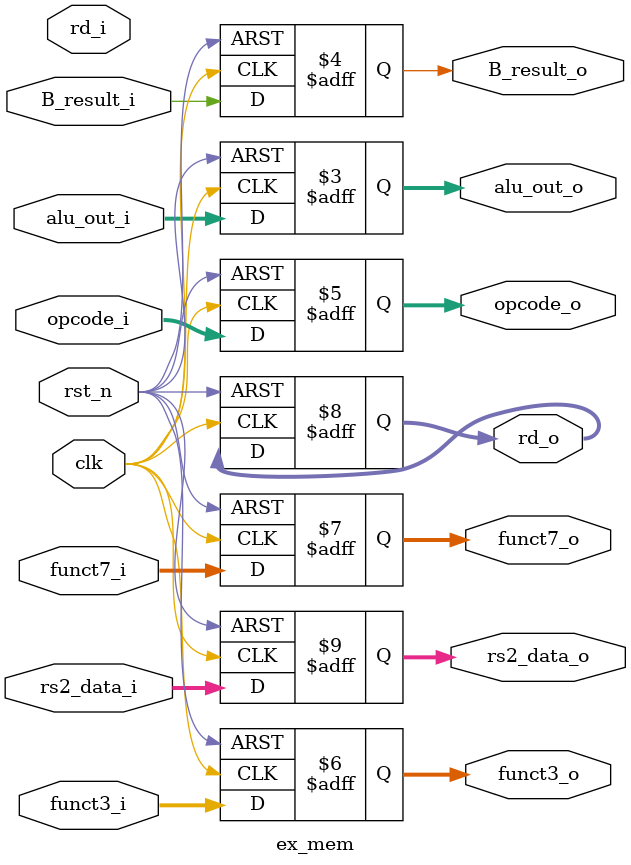
<source format=v>
`include "../define.v"

module ex_mem (
input clk,
input rst_n,
input [31:0] alu_out_i,
input B_result_i,
input [6:0] opcode_i,
input [2:0] funct3_i,
input [6:0] funct7_i,
input [4:0] rd_i,
input [31:0] rs2_data_i,
output reg [31:0] alu_out_o,
output reg B_result_o,
output reg [6:0] opcode_o,
output reg [2:0] funct3_o,
output reg [6:0] funct7_o,
output reg [4:0] rd_o,
output reg [31:0] rs2_data_o
);

always @(posedge clk or negedge rst_n) begin
    if (~rst_n) begin
        alu_out_o <= 0;
        B_result_o <= 0;
        opcode_o <= 0;
        funct3_o <= 0;
        funct7_o <= 0;
        rd_o <= 0;
        rs2_data_o <= 0;
    end else begin
        alu_out_o <= alu_out_i;
        B_result_o <= B_result_i;
        opcode_o <= opcode_i;
        funct3_o <= funct3_i;
        funct7_o <= funct7_i;
        rs2_data_o <= rs2_data_i;
    end
end

endmodule
</source>
